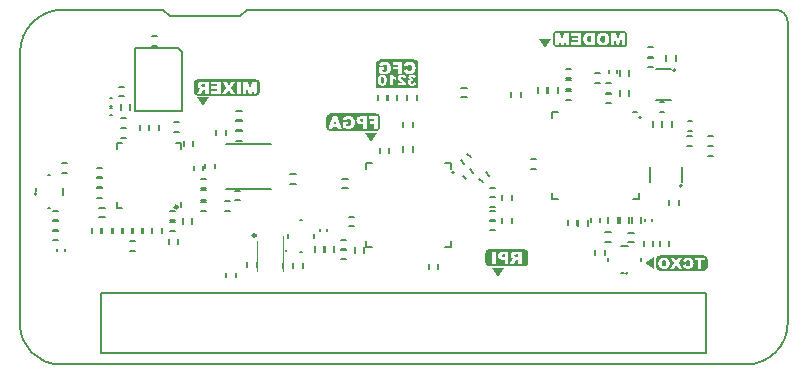
<source format=gbo>
G04*
G04 #@! TF.GenerationSoftware,Altium Limited,CircuitStudio,1.5.2 (30)*
G04*
G04 Layer_Color=13948096*
%FSLAX25Y25*%
%MOIN*%
G70*
G01*
G75*
%ADD12C,0.00800*%
%ADD48C,0.00600*%
%ADD49C,0.00500*%
%ADD109C,0.00787*%
%ADD175C,0.00984*%
%ADD176C,0.00984*%
%ADD177C,0.00394*%
G36*
X1236576Y805581D02*
X1212776D01*
Y810381D01*
X1236576D01*
Y805581D01*
D02*
G37*
G36*
X1263276Y731081D02*
X1247076D01*
Y735481D01*
X1263276D01*
Y731081D01*
D02*
G37*
G36*
X1154176Y777781D02*
X1137176D01*
Y782581D01*
X1154176D01*
Y777781D01*
D02*
G37*
G36*
X1113976Y789381D02*
X1093176D01*
Y793881D01*
X1113976D01*
Y789381D01*
D02*
G37*
G36*
X1203576Y732481D02*
X1190276D01*
Y737381D01*
X1203576D01*
Y732481D01*
D02*
G37*
G36*
X1166876Y796170D02*
Y792381D01*
X1153876D01*
Y796170D01*
X1153776D01*
Y800481D01*
X1166876D01*
Y796170D01*
D02*
G37*
G36*
X1151776Y773581D02*
X1149776Y776581D01*
X1153776D01*
X1151776Y773581D01*
D02*
G37*
G36*
X1095476Y785481D02*
X1093476Y788481D01*
X1097476D01*
X1095476Y785481D01*
D02*
G37*
G36*
X1209626Y805081D02*
X1207626Y808081D01*
X1211626D01*
X1209626Y805081D01*
D02*
G37*
G36*
X1193976Y728681D02*
X1191976Y731681D01*
X1195976D01*
X1193976Y728681D01*
D02*
G37*
G36*
X1246076Y731181D02*
X1243076Y733181D01*
X1246076Y735181D01*
Y731181D01*
D02*
G37*
%LPC*%
G36*
X1153975Y782142D02*
X1150874D01*
Y781269D01*
X1152717D01*
Y780566D01*
X1151140D01*
Y779744D01*
X1152717D01*
Y778087D01*
X1153975D01*
Y782142D01*
D02*
G37*
G36*
X1144073Y782209D02*
X1143903D01*
X1143844Y782201D01*
X1143696Y782194D01*
X1143533Y782179D01*
X1143363Y782157D01*
X1143208Y782127D01*
X1143134Y782105D01*
X1143067Y782083D01*
X1143060D01*
X1143052Y782076D01*
X1143008Y782061D01*
X1142949Y782031D01*
X1142875Y781994D01*
X1142786Y781942D01*
X1142690Y781876D01*
X1142601Y781794D01*
X1142512Y781706D01*
X1142505Y781691D01*
X1142475Y781661D01*
X1142438Y781602D01*
X1142386Y781528D01*
X1142334Y781439D01*
X1142275Y781328D01*
X1142223Y781202D01*
X1142179Y781062D01*
X1143385Y780847D01*
Y780855D01*
X1143400Y780884D01*
X1143422Y780929D01*
X1143445Y780980D01*
X1143482Y781032D01*
X1143526Y781091D01*
X1143585Y781143D01*
X1143644Y781195D01*
X1143652Y781202D01*
X1143674Y781217D01*
X1143718Y781232D01*
X1143770Y781261D01*
X1143837Y781284D01*
X1143911Y781298D01*
X1143999Y781313D01*
X1144103Y781321D01*
X1144140D01*
X1144170Y781313D01*
X1144244Y781306D01*
X1144340Y781284D01*
X1144444Y781254D01*
X1144555Y781202D01*
X1144666Y781128D01*
X1144762Y781032D01*
X1144769Y781017D01*
X1144799Y780980D01*
X1144836Y780906D01*
X1144880Y780810D01*
X1144932Y780684D01*
X1144947Y780610D01*
X1144969Y780529D01*
X1144984Y780440D01*
X1144998Y780344D01*
X1145006Y780240D01*
Y780129D01*
Y780122D01*
Y780100D01*
Y780070D01*
X1144998Y780026D01*
Y779966D01*
X1144991Y779907D01*
X1144976Y779767D01*
X1144947Y779611D01*
X1144902Y779456D01*
X1144843Y779308D01*
X1144806Y779249D01*
X1144762Y779189D01*
X1144747Y779175D01*
X1144717Y779145D01*
X1144658Y779101D01*
X1144577Y779049D01*
X1144481Y778997D01*
X1144362Y778953D01*
X1144221Y778923D01*
X1144066Y778908D01*
X1143992D01*
X1143940Y778916D01*
X1143874Y778923D01*
X1143807Y778931D01*
X1143666Y778968D01*
X1143659D01*
X1143629Y778982D01*
X1143592Y778997D01*
X1143541Y779019D01*
X1143474Y779041D01*
X1143400Y779078D01*
X1143311Y779123D01*
X1143223Y779175D01*
Y779560D01*
X1144066D01*
Y780403D01*
X1142127D01*
Y778672D01*
X1142135Y778664D01*
X1142150Y778657D01*
X1142179Y778635D01*
X1142223Y778612D01*
X1142268Y778583D01*
X1142327Y778546D01*
X1142460Y778464D01*
X1142616Y778383D01*
X1142786Y778294D01*
X1142956Y778213D01*
X1143119Y778154D01*
X1143126D01*
X1143141Y778146D01*
X1143163Y778139D01*
X1143193Y778131D01*
X1143237Y778124D01*
X1143282Y778109D01*
X1143341Y778102D01*
X1143400Y778087D01*
X1143548Y778065D01*
X1143726Y778043D01*
X1143918Y778028D01*
X1144133Y778020D01*
X1144199D01*
X1144251Y778028D01*
X1144318D01*
X1144384Y778035D01*
X1144466Y778043D01*
X1144555Y778050D01*
X1144740Y778080D01*
X1144939Y778124D01*
X1145132Y778183D01*
X1145317Y778265D01*
X1145324D01*
X1145339Y778279D01*
X1145361Y778294D01*
X1145391Y778309D01*
X1145472Y778368D01*
X1145576Y778449D01*
X1145687Y778546D01*
X1145805Y778672D01*
X1145916Y778820D01*
X1146020Y778990D01*
Y778997D01*
X1146027Y779012D01*
X1146042Y779041D01*
X1146057Y779078D01*
X1146079Y779123D01*
X1146094Y779175D01*
X1146116Y779241D01*
X1146138Y779315D01*
X1146168Y779389D01*
X1146190Y779478D01*
X1146227Y779670D01*
X1146257Y779885D01*
X1146264Y780115D01*
Y780122D01*
Y780144D01*
Y780181D01*
X1146257Y780226D01*
Y780285D01*
X1146249Y780351D01*
X1146242Y780425D01*
X1146227Y780507D01*
X1146197Y780684D01*
X1146146Y780877D01*
X1146079Y781069D01*
X1145990Y781261D01*
Y781269D01*
X1145975Y781284D01*
X1145961Y781306D01*
X1145938Y781343D01*
X1145879Y781432D01*
X1145790Y781543D01*
X1145672Y781661D01*
X1145539Y781787D01*
X1145376Y781905D01*
X1145191Y782009D01*
X1145183D01*
X1145169Y782016D01*
X1145146Y782031D01*
X1145117Y782038D01*
X1145072Y782053D01*
X1145021Y782076D01*
X1144961Y782090D01*
X1144895Y782113D01*
X1144821Y782127D01*
X1144732Y782142D01*
X1144643Y782164D01*
X1144547Y782179D01*
X1144436Y782194D01*
X1144325Y782201D01*
X1144073Y782209D01*
D02*
G37*
G36*
X1108201Y793659D02*
X1106943D01*
Y789604D01*
X1108201D01*
Y793659D01*
D02*
G37*
G36*
X1113617D02*
X1111967D01*
X1111338Y791187D01*
X1110702Y793659D01*
X1109052D01*
Y789604D01*
X1110080D01*
Y792697D01*
X1110872Y789604D01*
X1111804D01*
X1112589Y792697D01*
Y789604D01*
X1113617D01*
Y793659D01*
D02*
G37*
G36*
X1097530D02*
X1095295D01*
X1095243Y793651D01*
X1095110Y793644D01*
X1094969Y793637D01*
X1094821Y793614D01*
X1094681Y793592D01*
X1094555Y793555D01*
X1094540Y793548D01*
X1094503Y793533D01*
X1094444Y793511D01*
X1094377Y793474D01*
X1094296Y793422D01*
X1094215Y793355D01*
X1094133Y793281D01*
X1094059Y793185D01*
X1094052Y793170D01*
X1094030Y793141D01*
X1094000Y793082D01*
X1093963Y793000D01*
X1093926Y792904D01*
X1093896Y792793D01*
X1093874Y792667D01*
X1093867Y792526D01*
Y792512D01*
Y792467D01*
X1093874Y792408D01*
X1093882Y792327D01*
X1093904Y792238D01*
X1093926Y792142D01*
X1093963Y792038D01*
X1094015Y791942D01*
X1094022Y791934D01*
X1094037Y791905D01*
X1094074Y791860D01*
X1094118Y791801D01*
X1094178Y791742D01*
X1094244Y791676D01*
X1094326Y791609D01*
X1094414Y791550D01*
X1094422Y791542D01*
X1094444Y791535D01*
X1094481Y791513D01*
X1094525Y791491D01*
X1094592Y791468D01*
X1094666Y791439D01*
X1094755Y791417D01*
X1094851Y791387D01*
X1094844D01*
X1094814Y791372D01*
X1094777Y791357D01*
X1094725Y791342D01*
X1094622Y791291D01*
X1094570Y791268D01*
X1094525Y791239D01*
X1094511Y791231D01*
X1094496Y791217D01*
X1094474Y791194D01*
X1094444Y791165D01*
X1094414Y791128D01*
X1094370Y791083D01*
X1094326Y791024D01*
X1094318Y791017D01*
X1094303Y790995D01*
X1094281Y790965D01*
X1094252Y790936D01*
X1094192Y790847D01*
X1094170Y790810D01*
X1094148Y790773D01*
X1093534Y789604D01*
X1094955D01*
X1095628Y790839D01*
X1095635Y790847D01*
X1095650Y790876D01*
X1095672Y790921D01*
X1095702Y790965D01*
X1095776Y791069D01*
X1095820Y791113D01*
X1095857Y791150D01*
X1095865Y791157D01*
X1095880Y791165D01*
X1095909Y791180D01*
X1095946Y791202D01*
X1095991Y791217D01*
X1096042Y791231D01*
X1096102Y791239D01*
X1096168Y791246D01*
X1096272D01*
Y789604D01*
X1097530D01*
Y793659D01*
D02*
G37*
G36*
X1101637D02*
X1098277D01*
Y792793D01*
X1100379D01*
Y792149D01*
X1098433D01*
Y791320D01*
X1100379D01*
Y790521D01*
X1098218D01*
Y789604D01*
X1101637D01*
Y793659D01*
D02*
G37*
G36*
X1150208Y782142D02*
X1148062D01*
X1148018Y782135D01*
X1147958D01*
X1147892Y782127D01*
X1147744Y782105D01*
X1147581Y782061D01*
X1147411Y782001D01*
X1147248Y781927D01*
X1147174Y781876D01*
X1147108Y781816D01*
X1147100D01*
X1147093Y781802D01*
X1147078Y781779D01*
X1147056Y781757D01*
X1146996Y781683D01*
X1146937Y781580D01*
X1146878Y781447D01*
X1146819Y781291D01*
X1146782Y781106D01*
X1146767Y781010D01*
Y780899D01*
Y780892D01*
Y780869D01*
Y780840D01*
X1146774Y780795D01*
Y780744D01*
X1146789Y780684D01*
X1146811Y780551D01*
X1146856Y780396D01*
X1146922Y780233D01*
X1146967Y780152D01*
X1147011Y780078D01*
X1147071Y780003D01*
X1147137Y779937D01*
X1147145D01*
X1147152Y779922D01*
X1147174Y779907D01*
X1147204Y779885D01*
X1147248Y779855D01*
X1147293Y779826D01*
X1147352Y779796D01*
X1147418Y779767D01*
X1147492Y779737D01*
X1147574Y779707D01*
X1147670Y779678D01*
X1147773Y779648D01*
X1147884Y779626D01*
X1148003Y779611D01*
X1148129Y779604D01*
X1148269Y779597D01*
X1148950D01*
Y778087D01*
X1150208D01*
Y782142D01*
D02*
G37*
G36*
X1162041Y796057D02*
X1161957D01*
X1161911Y796050D01*
X1161860D01*
X1161743Y796044D01*
X1161613Y796024D01*
X1161477Y796005D01*
X1161348Y795972D01*
X1161231Y795933D01*
X1161224D01*
X1161218Y795927D01*
X1161186Y795914D01*
X1161127Y795882D01*
X1161063Y795843D01*
X1160991Y795791D01*
X1160913Y795733D01*
X1160836Y795655D01*
X1160771Y795571D01*
X1160764Y795558D01*
X1160745Y795525D01*
X1160719Y795480D01*
X1160687Y795409D01*
X1160654Y795331D01*
X1160628Y795234D01*
X1160609Y795130D01*
X1160602Y795020D01*
Y795013D01*
Y795007D01*
Y794987D01*
Y794968D01*
X1160615Y794903D01*
X1160628Y794819D01*
X1160648Y794728D01*
X1160687Y794618D01*
X1160732Y794508D01*
X1160797Y794398D01*
X1160803Y794385D01*
X1160836Y794346D01*
X1160881Y794288D01*
X1160952Y794210D01*
X1161049Y794113D01*
X1161108Y794061D01*
X1161166Y794002D01*
X1161237Y793944D01*
X1161315Y793879D01*
X1161399Y793815D01*
X1161490Y793750D01*
X1161503Y793743D01*
X1161535Y793717D01*
X1161587Y793678D01*
X1161652Y793633D01*
X1161717Y793588D01*
X1161788Y793542D01*
X1161847Y793497D01*
X1161892Y793458D01*
X1161898Y793452D01*
X1161911Y793445D01*
X1161931Y793426D01*
X1161957Y793406D01*
X1162028Y793335D01*
X1162125Y793251D01*
X1160577D01*
Y792447D01*
X1163544D01*
Y792454D01*
Y792467D01*
X1163538Y792493D01*
X1163531Y792519D01*
X1163525Y792557D01*
X1163518Y792603D01*
X1163486Y792713D01*
X1163447Y792836D01*
X1163395Y792972D01*
X1163324Y793121D01*
X1163240Y793264D01*
X1163233Y793270D01*
X1163227Y793283D01*
X1163214Y793303D01*
X1163188Y793335D01*
X1163155Y793367D01*
X1163123Y793413D01*
X1163071Y793465D01*
X1163019Y793523D01*
X1162961Y793588D01*
X1162890Y793659D01*
X1162812Y793730D01*
X1162721Y793815D01*
X1162624Y793899D01*
X1162514Y793990D01*
X1162397Y794080D01*
X1162268Y794177D01*
X1162261Y794184D01*
X1162248Y794190D01*
X1162229Y794210D01*
X1162197Y794229D01*
X1162125Y794288D01*
X1162035Y794359D01*
X1161944Y794443D01*
X1161847Y794521D01*
X1161769Y794599D01*
X1161736Y794637D01*
X1161710Y794670D01*
X1161704Y794676D01*
X1161691Y794696D01*
X1161672Y794728D01*
X1161646Y794774D01*
X1161626Y794819D01*
X1161607Y794877D01*
X1161594Y794929D01*
X1161587Y794987D01*
Y794994D01*
Y795013D01*
X1161594Y795046D01*
X1161600Y795085D01*
X1161620Y795130D01*
X1161639Y795175D01*
X1161672Y795221D01*
X1161710Y795266D01*
X1161717Y795272D01*
X1161730Y795286D01*
X1161756Y795305D01*
X1161795Y795324D01*
X1161840Y795344D01*
X1161892Y795363D01*
X1161950Y795376D01*
X1162015Y795383D01*
X1162047D01*
X1162080Y795376D01*
X1162125Y795370D01*
X1162171Y795350D01*
X1162222Y795331D01*
X1162274Y795298D01*
X1162326Y795260D01*
X1162333Y795253D01*
X1162346Y795240D01*
X1162365Y795208D01*
X1162391Y795162D01*
X1162417Y795104D01*
X1162443Y795033D01*
X1162462Y794948D01*
X1162482Y794845D01*
X1163473Y794923D01*
Y794929D01*
Y794942D01*
X1163466Y794962D01*
X1163460Y794994D01*
X1163447Y795065D01*
X1163428Y795162D01*
X1163395Y795266D01*
X1163363Y795370D01*
X1163317Y795473D01*
X1163266Y795571D01*
X1163259Y795584D01*
X1163240Y795610D01*
X1163201Y795648D01*
X1163149Y795700D01*
X1163091Y795758D01*
X1163013Y795817D01*
X1162929Y795875D01*
X1162825Y795927D01*
X1162819D01*
X1162812Y795933D01*
X1162773Y795947D01*
X1162708Y795966D01*
X1162618Y795992D01*
X1162508Y796018D01*
X1162371Y796037D01*
X1162216Y796050D01*
X1162041Y796057D01*
D02*
G37*
G36*
X1165378D02*
X1165313D01*
X1165261Y796050D01*
X1165203D01*
X1165138Y796044D01*
X1165067Y796037D01*
X1164989Y796024D01*
X1164821Y795992D01*
X1164659Y795947D01*
X1164497Y795882D01*
X1164432Y795843D01*
X1164367Y795797D01*
X1164361D01*
X1164354Y795785D01*
X1164315Y795752D01*
X1164270Y795694D01*
X1164212Y795616D01*
X1164153Y795525D01*
X1164102Y795415D01*
X1164069Y795286D01*
X1164063Y795214D01*
X1164056Y795143D01*
Y795130D01*
Y795104D01*
X1164063Y795059D01*
X1164069Y795007D01*
X1164089Y794942D01*
X1164108Y794871D01*
X1164141Y794800D01*
X1164186Y794728D01*
X1164192Y794722D01*
X1164212Y794696D01*
X1164238Y794663D01*
X1164277Y794618D01*
X1164328Y794573D01*
X1164393Y794514D01*
X1164471Y794456D01*
X1164562Y794404D01*
X1164555D01*
X1164529Y794398D01*
X1164490Y794385D01*
X1164445Y794372D01*
X1164348Y794333D01*
X1164296Y794313D01*
X1164251Y794288D01*
X1164244Y794281D01*
X1164225Y794268D01*
X1164192Y794242D01*
X1164153Y794210D01*
X1164108Y794171D01*
X1164063Y794119D01*
X1164017Y794061D01*
X1163978Y793996D01*
X1163972Y793990D01*
X1163959Y793964D01*
X1163946Y793925D01*
X1163927Y793879D01*
X1163907Y793815D01*
X1163888Y793743D01*
X1163881Y793666D01*
X1163875Y793575D01*
Y793568D01*
Y793562D01*
Y793523D01*
X1163881Y793465D01*
X1163894Y793387D01*
X1163914Y793290D01*
X1163946Y793192D01*
X1163985Y793089D01*
X1164043Y792979D01*
X1164050Y792966D01*
X1164076Y792933D01*
X1164108Y792881D01*
X1164160Y792817D01*
X1164231Y792745D01*
X1164309Y792674D01*
X1164400Y792603D01*
X1164510Y792538D01*
X1164516D01*
X1164523Y792531D01*
X1164542Y792525D01*
X1164568Y792512D01*
X1164594Y792506D01*
X1164633Y792493D01*
X1164724Y792467D01*
X1164840Y792434D01*
X1164976Y792415D01*
X1165138Y792395D01*
X1165313Y792389D01*
X1165391D01*
X1165430Y792395D01*
X1165482D01*
X1165586Y792402D01*
X1165709Y792415D01*
X1165838Y792434D01*
X1165961Y792460D01*
X1166078Y792499D01*
X1166091Y792506D01*
X1166123Y792519D01*
X1166175Y792544D01*
X1166240Y792583D01*
X1166311Y792629D01*
X1166389Y792687D01*
X1166467Y792752D01*
X1166538Y792830D01*
X1166545Y792842D01*
X1166570Y792869D01*
X1166603Y792914D01*
X1166642Y792979D01*
X1166687Y793063D01*
X1166726Y793154D01*
X1166771Y793264D01*
X1166810Y793380D01*
X1165825Y793516D01*
Y793504D01*
X1165812Y793471D01*
X1165799Y793419D01*
X1165780Y793354D01*
X1165728Y793218D01*
X1165689Y793154D01*
X1165650Y793102D01*
X1165644Y793095D01*
X1165631Y793082D01*
X1165598Y793069D01*
X1165566Y793050D01*
X1165521Y793024D01*
X1165462Y793011D01*
X1165404Y792998D01*
X1165333Y792992D01*
X1165300D01*
X1165261Y792998D01*
X1165216Y793011D01*
X1165164Y793024D01*
X1165106Y793050D01*
X1165054Y793089D01*
X1165002Y793134D01*
X1164996Y793141D01*
X1164983Y793160D01*
X1164957Y793192D01*
X1164931Y793238D01*
X1164912Y793290D01*
X1164886Y793361D01*
X1164873Y793439D01*
X1164866Y793523D01*
Y793536D01*
Y793562D01*
X1164873Y793607D01*
X1164879Y793666D01*
X1164899Y793724D01*
X1164918Y793789D01*
X1164950Y793847D01*
X1164996Y793905D01*
X1165002Y793912D01*
X1165022Y793925D01*
X1165048Y793951D01*
X1165086Y793976D01*
X1165138Y793996D01*
X1165197Y794022D01*
X1165268Y794035D01*
X1165346Y794041D01*
X1165391D01*
X1165430Y794035D01*
X1165475Y794028D01*
X1165527Y794015D01*
X1165592Y794002D01*
X1165663Y793983D01*
X1165618Y794683D01*
X1165573D01*
X1165527Y794676D01*
X1165456D01*
X1165417Y794683D01*
X1165372Y794689D01*
X1165326Y794702D01*
X1165268Y794728D01*
X1165216Y794754D01*
X1165164Y794793D01*
X1165158Y794800D01*
X1165145Y794812D01*
X1165119Y794838D01*
X1165093Y794877D01*
X1165074Y794916D01*
X1165048Y794968D01*
X1165035Y795026D01*
X1165028Y795085D01*
Y795091D01*
Y795111D01*
X1165035Y795143D01*
X1165041Y795175D01*
X1165054Y795221D01*
X1165067Y795260D01*
X1165093Y795305D01*
X1165125Y795344D01*
X1165132Y795350D01*
X1165145Y795357D01*
X1165164Y795376D01*
X1165197Y795396D01*
X1165236Y795409D01*
X1165281Y795428D01*
X1165333Y795435D01*
X1165398Y795441D01*
X1165423D01*
X1165456Y795435D01*
X1165501Y795428D01*
X1165547Y795415D01*
X1165592Y795396D01*
X1165637Y795370D01*
X1165683Y795331D01*
X1165689Y795324D01*
X1165702Y795311D01*
X1165715Y795286D01*
X1165741Y795247D01*
X1165761Y795195D01*
X1165786Y795136D01*
X1165806Y795059D01*
X1165825Y794968D01*
X1166758Y795130D01*
Y795136D01*
X1166752Y795149D01*
X1166745Y795175D01*
X1166739Y795201D01*
X1166720Y795240D01*
X1166707Y795286D01*
X1166661Y795383D01*
X1166603Y795493D01*
X1166525Y795610D01*
X1166434Y795720D01*
X1166318Y795817D01*
X1166311D01*
X1166305Y795830D01*
X1166285Y795836D01*
X1166253Y795856D01*
X1166221Y795875D01*
X1166182Y795895D01*
X1166130Y795914D01*
X1166072Y795940D01*
X1166013Y795959D01*
X1165942Y795979D01*
X1165864Y795998D01*
X1165780Y796018D01*
X1165689Y796037D01*
X1165592Y796044D01*
X1165378Y796057D01*
D02*
G37*
G36*
X1155373D02*
X1155315D01*
X1155250Y796050D01*
X1155166Y796044D01*
X1155075Y796037D01*
X1154978Y796018D01*
X1154881Y795998D01*
X1154790Y795966D01*
X1154777Y795959D01*
X1154751Y795953D01*
X1154706Y795927D01*
X1154654Y795901D01*
X1154595Y795869D01*
X1154531Y795830D01*
X1154472Y795785D01*
X1154414Y795733D01*
X1154408Y795726D01*
X1154388Y795707D01*
X1154362Y795681D01*
X1154330Y795642D01*
X1154291Y795603D01*
X1154252Y795551D01*
X1154181Y795435D01*
X1154174Y795428D01*
X1154168Y795409D01*
X1154148Y795376D01*
X1154129Y795331D01*
X1154109Y795279D01*
X1154090Y795214D01*
X1154064Y795149D01*
X1154045Y795072D01*
Y795065D01*
X1154038Y795052D01*
X1154032Y795033D01*
X1154025Y795000D01*
X1154019Y794968D01*
X1154012Y794923D01*
X1153993Y794819D01*
X1153973Y794696D01*
X1153954Y794560D01*
X1153947Y794404D01*
X1153941Y794249D01*
Y794236D01*
Y794203D01*
Y794158D01*
X1153947Y794093D01*
X1153954Y794009D01*
X1153960Y793918D01*
X1153967Y793821D01*
X1153980Y793711D01*
X1154019Y793478D01*
X1154077Y793244D01*
X1154116Y793134D01*
X1154161Y793024D01*
X1154213Y792927D01*
X1154271Y792836D01*
X1154278Y792830D01*
X1154284Y792817D01*
X1154304Y792797D01*
X1154336Y792765D01*
X1154375Y792732D01*
X1154420Y792694D01*
X1154472Y792655D01*
X1154537Y792616D01*
X1154608Y792570D01*
X1154693Y792531D01*
X1154783Y792493D01*
X1154887Y792460D01*
X1154997Y792428D01*
X1155120Y792408D01*
X1155256Y792395D01*
X1155399Y792389D01*
X1155477D01*
X1155516Y792395D01*
X1155554D01*
X1155658Y792408D01*
X1155775Y792421D01*
X1155898Y792447D01*
X1156021Y792486D01*
X1156131Y792531D01*
X1156144Y792538D01*
X1156176Y792557D01*
X1156228Y792590D01*
X1156287Y792635D01*
X1156365Y792694D01*
X1156436Y792765D01*
X1156514Y792849D01*
X1156585Y792946D01*
X1156591Y792953D01*
X1156604Y792985D01*
X1156630Y793024D01*
X1156656Y793089D01*
X1156688Y793160D01*
X1156721Y793251D01*
X1156753Y793361D01*
X1156779Y793478D01*
Y793484D01*
Y793491D01*
X1156786Y793510D01*
X1156792Y793536D01*
X1156799Y793607D01*
X1156812Y793704D01*
X1156825Y793815D01*
X1156837Y793944D01*
X1156844Y794087D01*
X1156851Y794236D01*
Y794249D01*
Y794281D01*
Y794333D01*
X1156844Y794398D01*
X1156837Y794482D01*
X1156831Y794579D01*
X1156818Y794683D01*
X1156805Y794793D01*
X1156760Y795026D01*
X1156695Y795260D01*
X1156656Y795370D01*
X1156604Y795473D01*
X1156552Y795564D01*
X1156488Y795648D01*
X1156481Y795655D01*
X1156468Y795668D01*
X1156449Y795687D01*
X1156416Y795713D01*
X1156377Y795746D01*
X1156332Y795778D01*
X1156274Y795817D01*
X1156209Y795856D01*
X1156138Y795888D01*
X1156053Y795927D01*
X1155963Y795959D01*
X1155865Y795992D01*
X1155755Y796018D01*
X1155639Y796037D01*
X1155509Y796050D01*
X1155373Y796057D01*
D02*
G37*
G36*
X1158736D02*
X1157920D01*
Y792447D01*
X1158918D01*
Y794806D01*
X1158931Y794800D01*
X1158957Y794774D01*
X1159008Y794741D01*
X1159067Y794696D01*
X1159138Y794651D01*
X1159222Y794599D01*
X1159306Y794547D01*
X1159391Y794501D01*
X1159404Y794495D01*
X1159429Y794482D01*
X1159481Y794462D01*
X1159546Y794437D01*
X1159630Y794404D01*
X1159721Y794365D01*
X1159831Y794333D01*
X1159954Y794294D01*
Y795098D01*
X1159948D01*
X1159935Y795104D01*
X1159909Y795117D01*
X1159870Y795123D01*
X1159831Y795143D01*
X1159779Y795162D01*
X1159669Y795208D01*
X1159546Y795266D01*
X1159416Y795331D01*
X1159287Y795402D01*
X1159177Y795486D01*
X1159170D01*
X1159164Y795499D01*
X1159131Y795525D01*
X1159080Y795577D01*
X1159015Y795648D01*
X1158943Y795726D01*
X1158872Y795823D01*
X1158801Y795933D01*
X1158736Y796057D01*
D02*
G37*
G36*
X1164436Y800359D02*
X1164362D01*
X1164310Y800351D01*
X1164244D01*
X1164170Y800344D01*
X1164089Y800336D01*
X1164000Y800322D01*
X1163800Y800285D01*
X1163600Y800226D01*
X1163408Y800152D01*
X1163319Y800100D01*
X1163230Y800048D01*
X1163223D01*
X1163208Y800033D01*
X1163186Y800018D01*
X1163156Y799989D01*
X1163119Y799959D01*
X1163075Y799915D01*
X1163030Y799870D01*
X1162978Y799811D01*
X1162927Y799752D01*
X1162875Y799678D01*
X1162816Y799604D01*
X1162764Y799515D01*
X1162712Y799419D01*
X1162660Y799323D01*
X1162616Y799212D01*
X1162572Y799093D01*
X1163682Y798849D01*
Y798856D01*
X1163689Y798879D01*
X1163704Y798916D01*
X1163719Y798953D01*
X1163763Y799042D01*
X1163785Y799079D01*
X1163807Y799116D01*
X1163815Y799123D01*
X1163822Y799138D01*
X1163852Y799167D01*
X1163881Y799197D01*
X1163963Y799271D01*
X1164066Y799337D01*
X1164074Y799345D01*
X1164089Y799352D01*
X1164126Y799367D01*
X1164163Y799382D01*
X1164214Y799397D01*
X1164273Y799404D01*
X1164340Y799419D01*
X1164451D01*
X1164473Y799411D01*
X1164555Y799404D01*
X1164651Y799374D01*
X1164754Y799337D01*
X1164865Y799271D01*
X1164969Y799190D01*
X1165014Y799130D01*
X1165058Y799071D01*
X1165065Y799056D01*
X1165088Y799027D01*
X1165110Y798960D01*
X1165139Y798879D01*
X1165176Y798768D01*
X1165199Y798634D01*
X1165221Y798472D01*
X1165228Y798279D01*
Y798272D01*
Y798250D01*
Y798213D01*
Y798168D01*
X1165221Y798116D01*
Y798050D01*
X1165206Y797909D01*
X1165176Y797761D01*
X1165147Y797606D01*
X1165095Y797465D01*
X1165065Y797406D01*
X1165028Y797354D01*
X1165021Y797347D01*
X1164991Y797317D01*
X1164939Y797280D01*
X1164880Y797236D01*
X1164799Y797184D01*
X1164695Y797147D01*
X1164584Y797118D01*
X1164451Y797110D01*
X1164392D01*
X1164325Y797118D01*
X1164244Y797132D01*
X1164155Y797162D01*
X1164066Y797191D01*
X1163978Y797243D01*
X1163904Y797310D01*
X1163896Y797317D01*
X1163874Y797347D01*
X1163837Y797391D01*
X1163800Y797458D01*
X1163756Y797539D01*
X1163711Y797643D01*
X1163667Y797761D01*
X1163630Y797902D01*
X1162535Y797562D01*
Y797554D01*
X1162542Y797539D01*
X1162549Y797517D01*
X1162557Y797487D01*
X1162579Y797399D01*
X1162623Y797295D01*
X1162668Y797169D01*
X1162734Y797044D01*
X1162801Y796918D01*
X1162890Y796792D01*
X1162897Y796777D01*
X1162934Y796740D01*
X1162986Y796688D01*
X1163052Y796614D01*
X1163141Y796540D01*
X1163237Y796466D01*
X1163356Y796392D01*
X1163482Y796326D01*
X1163489D01*
X1163496Y796318D01*
X1163519Y796311D01*
X1163541Y796304D01*
X1163622Y796274D01*
X1163726Y796252D01*
X1163852Y796222D01*
X1164007Y796193D01*
X1164144Y796181D01*
X1164641D01*
X1164680Y796185D01*
X1164762Y796193D01*
X1164932Y796215D01*
X1165117Y796252D01*
X1165295Y796296D01*
X1165465Y796355D01*
X1165472D01*
X1165480Y796363D01*
X1165502Y796378D01*
X1165532Y796392D01*
X1165613Y796444D01*
X1165709Y796511D01*
X1165820Y796607D01*
X1165946Y796718D01*
X1166064Y796859D01*
X1166183Y797029D01*
Y797036D01*
X1166197Y797051D01*
X1166212Y797081D01*
X1166227Y797118D01*
X1166249Y797162D01*
X1166279Y797221D01*
X1166308Y797288D01*
X1166331Y797369D01*
X1166360Y797450D01*
X1166390Y797547D01*
X1166412Y797650D01*
X1166442Y797761D01*
X1166457Y797880D01*
X1166471Y798005D01*
X1166486Y798272D01*
Y798287D01*
Y798316D01*
X1166479Y798368D01*
Y798435D01*
X1166471Y798524D01*
X1166457Y798620D01*
X1166442Y798723D01*
X1166420Y798842D01*
X1166390Y798968D01*
X1166353Y799093D01*
X1166316Y799219D01*
X1166264Y799352D01*
X1166197Y799478D01*
X1166131Y799597D01*
X1166049Y799715D01*
X1165953Y799819D01*
X1165946Y799826D01*
X1165931Y799841D01*
X1165894Y799870D01*
X1165857Y799900D01*
X1165798Y799944D01*
X1165731Y799989D01*
X1165657Y800041D01*
X1165561Y800092D01*
X1165465Y800137D01*
X1165347Y800189D01*
X1165221Y800233D01*
X1165088Y800277D01*
X1164939Y800307D01*
X1164784Y800336D01*
X1164614Y800351D01*
X1164436Y800359D01*
D02*
G37*
G36*
X1140277Y782142D02*
X1138901D01*
X1137376Y778087D01*
X1138694D01*
X1138894Y778753D01*
X1140314D01*
X1140514Y778087D01*
X1141794D01*
X1140277Y782142D01*
D02*
G37*
G36*
X1161920Y800292D02*
X1158820D01*
Y799419D01*
X1160662D01*
Y798716D01*
X1159086D01*
Y797894D01*
X1160662D01*
Y796237D01*
X1161920D01*
Y800292D01*
D02*
G37*
G36*
X1156111Y800359D02*
X1155941D01*
X1155882Y800351D01*
X1155734Y800344D01*
X1155571Y800329D01*
X1155401Y800307D01*
X1155245Y800277D01*
X1155171Y800255D01*
X1155105Y800233D01*
X1155097D01*
X1155090Y800226D01*
X1155046Y800211D01*
X1154986Y800181D01*
X1154912Y800144D01*
X1154824Y800092D01*
X1154727Y800026D01*
X1154639Y799944D01*
X1154550Y799856D01*
X1154543Y799841D01*
X1154513Y799811D01*
X1154476Y799752D01*
X1154424Y799678D01*
X1154372Y799589D01*
X1154313Y799478D01*
X1154261Y799352D01*
X1154217Y799212D01*
X1155423Y798997D01*
Y799005D01*
X1155438Y799034D01*
X1155460Y799079D01*
X1155482Y799130D01*
X1155519Y799182D01*
X1155564Y799241D01*
X1155623Y799293D01*
X1155682Y799345D01*
X1155690Y799352D01*
X1155712Y799367D01*
X1155756Y799382D01*
X1155808Y799411D01*
X1155875Y799434D01*
X1155949Y799448D01*
X1156037Y799463D01*
X1156141Y799471D01*
X1156178D01*
X1156207Y799463D01*
X1156281Y799456D01*
X1156378Y799434D01*
X1156481Y799404D01*
X1156592Y799352D01*
X1156703Y799278D01*
X1156800Y799182D01*
X1156807Y799167D01*
X1156837Y799130D01*
X1156874Y799056D01*
X1156918Y798960D01*
X1156970Y798834D01*
X1156985Y798760D01*
X1157007Y798679D01*
X1157022Y798590D01*
X1157036Y798494D01*
X1157044Y798390D01*
Y798279D01*
Y798272D01*
Y798250D01*
Y798220D01*
X1157036Y798176D01*
Y798116D01*
X1157029Y798057D01*
X1157014Y797917D01*
X1156985Y797761D01*
X1156940Y797606D01*
X1156881Y797458D01*
X1156844Y797399D01*
X1156800Y797339D01*
X1156785Y797325D01*
X1156755Y797295D01*
X1156696Y797251D01*
X1156614Y797199D01*
X1156518Y797147D01*
X1156400Y797103D01*
X1156259Y797073D01*
X1156104Y797058D01*
X1156030D01*
X1155978Y797066D01*
X1155912Y797073D01*
X1155845Y797081D01*
X1155704Y797118D01*
X1155697D01*
X1155667Y797132D01*
X1155630Y797147D01*
X1155579Y797169D01*
X1155512Y797191D01*
X1155438Y797228D01*
X1155349Y797273D01*
X1155260Y797325D01*
Y797710D01*
X1156104D01*
Y798553D01*
X1154165D01*
Y796821D01*
X1154173Y796814D01*
X1154187Y796807D01*
X1154217Y796784D01*
X1154261Y796762D01*
X1154306Y796733D01*
X1154365Y796696D01*
X1154498Y796614D01*
X1154653Y796533D01*
X1154824Y796444D01*
X1154994Y796363D01*
X1155157Y796304D01*
X1155164D01*
X1155179Y796296D01*
X1155201Y796289D01*
X1155231Y796281D01*
X1155275Y796274D01*
X1155319Y796259D01*
X1155379Y796252D01*
X1155438Y796237D01*
X1155586Y796215D01*
X1155764Y796193D01*
X1155912Y796181D01*
X1156386D01*
X1156422Y796185D01*
X1156503Y796193D01*
X1156592Y796200D01*
X1156777Y796230D01*
X1156977Y796274D01*
X1157170Y796333D01*
X1157355Y796415D01*
X1157362D01*
X1157377Y796429D01*
X1157399Y796444D01*
X1157428Y796459D01*
X1157510Y796518D01*
X1157613Y796599D01*
X1157724Y796696D01*
X1157843Y796821D01*
X1157954Y796970D01*
X1158057Y797140D01*
Y797147D01*
X1158065Y797162D01*
X1158080Y797191D01*
X1158095Y797228D01*
X1158117Y797273D01*
X1158132Y797325D01*
X1158154Y797391D01*
X1158176Y797465D01*
X1158206Y797539D01*
X1158228Y797628D01*
X1158265Y797821D01*
X1158294Y798035D01*
X1158302Y798265D01*
Y798272D01*
Y798294D01*
Y798331D01*
X1158294Y798376D01*
Y798435D01*
X1158287Y798501D01*
X1158280Y798575D01*
X1158265Y798657D01*
X1158235Y798834D01*
X1158183Y799027D01*
X1158117Y799219D01*
X1158028Y799411D01*
Y799419D01*
X1158013Y799434D01*
X1157998Y799456D01*
X1157976Y799493D01*
X1157917Y799582D01*
X1157828Y799693D01*
X1157710Y799811D01*
X1157576Y799937D01*
X1157414Y800055D01*
X1157229Y800159D01*
X1157221D01*
X1157207Y800166D01*
X1157184Y800181D01*
X1157155Y800189D01*
X1157110Y800203D01*
X1157059Y800226D01*
X1156999Y800240D01*
X1156933Y800263D01*
X1156859Y800277D01*
X1156770Y800292D01*
X1156681Y800314D01*
X1156585Y800329D01*
X1156474Y800344D01*
X1156363Y800351D01*
X1156111Y800359D01*
D02*
G37*
G36*
X1249312Y735106D02*
X1249225D01*
X1249165Y735099D01*
X1249085Y735093D01*
X1248998Y735079D01*
X1248899Y735066D01*
X1248799Y735046D01*
X1248685Y735019D01*
X1248572Y734986D01*
X1248452Y734946D01*
X1248339Y734900D01*
X1248226Y734839D01*
X1248113Y734773D01*
X1248013Y734700D01*
X1247913Y734613D01*
X1247906Y734606D01*
X1247893Y734593D01*
X1247866Y734560D01*
X1247833Y734526D01*
X1247800Y734473D01*
X1247753Y734413D01*
X1247706Y734340D01*
X1247660Y734260D01*
X1247613Y734167D01*
X1247573Y734067D01*
X1247527Y733954D01*
X1247493Y733834D01*
X1247460Y733701D01*
X1247433Y733561D01*
X1247420Y733408D01*
X1247413Y733248D01*
Y733241D01*
Y733221D01*
Y733188D01*
Y733141D01*
X1247420Y733088D01*
X1247427Y733021D01*
X1247433Y732955D01*
X1247440Y732875D01*
X1247467Y732708D01*
X1247507Y732535D01*
X1247560Y732362D01*
X1247633Y732196D01*
Y732189D01*
X1247640Y732175D01*
X1247653Y732156D01*
X1247673Y732129D01*
X1247720Y732056D01*
X1247793Y731962D01*
X1247880Y731862D01*
X1247986Y731756D01*
X1248106Y731656D01*
X1248252Y731563D01*
X1248259D01*
X1248273Y731556D01*
X1248293Y731543D01*
X1248326Y731530D01*
X1248366Y731509D01*
X1248412Y731490D01*
X1248466Y731470D01*
X1248532Y731450D01*
X1248606Y731430D01*
X1248679Y731410D01*
X1248852Y731370D01*
X1249052Y731343D01*
X1249271Y731336D01*
X1249371D01*
X1249425Y731343D01*
X1249485Y731350D01*
X1249551D01*
X1249631Y731363D01*
X1249791Y731383D01*
X1249957Y731416D01*
X1250131Y731463D01*
X1250290Y731530D01*
X1250297D01*
X1250311Y731536D01*
X1250330Y731550D01*
X1250357Y731569D01*
X1250430Y731616D01*
X1250524Y731683D01*
X1250630Y731763D01*
X1250737Y731876D01*
X1250850Y732002D01*
X1250950Y732149D01*
Y732156D01*
X1250963Y732169D01*
X1250970Y732196D01*
X1250990Y732229D01*
X1251010Y732269D01*
X1251030Y732315D01*
X1251050Y732375D01*
X1251070Y732442D01*
X1251096Y732515D01*
X1251116Y732595D01*
X1251136Y732682D01*
X1251156Y732782D01*
X1251183Y732988D01*
X1251196Y733215D01*
Y733228D01*
Y733254D01*
X1251190Y733301D01*
Y733361D01*
X1251183Y733434D01*
X1251170Y733521D01*
X1251156Y733621D01*
X1251136Y733721D01*
X1251110Y733834D01*
X1251076Y733947D01*
X1251036Y734060D01*
X1250990Y734180D01*
X1250930Y734293D01*
X1250863Y734407D01*
X1250790Y734507D01*
X1250703Y734606D01*
X1250697Y734613D01*
X1250677Y734626D01*
X1250650Y734653D01*
X1250610Y734686D01*
X1250557Y734720D01*
X1250497Y734766D01*
X1250424Y734813D01*
X1250344Y734860D01*
X1250251Y734906D01*
X1250144Y734946D01*
X1250031Y734993D01*
X1249904Y735026D01*
X1249771Y735059D01*
X1249625Y735086D01*
X1249471Y735099D01*
X1249312Y735106D01*
D02*
G37*
G36*
X1262938Y735046D02*
X1259508D01*
Y734147D01*
X1260660D01*
Y731396D01*
X1261786D01*
Y734147D01*
X1262938D01*
Y735046D01*
D02*
G37*
G36*
X1217671Y809942D02*
X1216021D01*
X1215392Y807471D01*
X1214756Y809942D01*
X1213106D01*
Y805887D01*
X1214134D01*
Y808980D01*
X1214926Y805887D01*
X1215858D01*
X1216643Y808980D01*
Y805887D01*
X1217671D01*
Y809942D01*
D02*
G37*
G36*
X1236246D02*
X1234595D01*
X1233966Y807471D01*
X1233330Y809942D01*
X1231680D01*
Y805887D01*
X1232708D01*
Y808980D01*
X1233500Y805887D01*
X1234433D01*
X1235217Y808980D01*
Y805887D01*
X1236246D01*
Y809942D01*
D02*
G37*
G36*
X1257283Y735106D02*
X1257217D01*
X1257170Y735099D01*
X1257110D01*
X1257044Y735093D01*
X1256971Y735086D01*
X1256890Y735073D01*
X1256711Y735039D01*
X1256531Y734986D01*
X1256358Y734919D01*
X1256278Y734873D01*
X1256198Y734826D01*
X1256191D01*
X1256178Y734813D01*
X1256158Y734800D01*
X1256131Y734773D01*
X1256098Y734746D01*
X1256058Y734706D01*
X1256018Y734666D01*
X1255972Y734613D01*
X1255925Y734560D01*
X1255878Y734493D01*
X1255825Y734427D01*
X1255778Y734347D01*
X1255732Y734260D01*
X1255685Y734173D01*
X1255645Y734074D01*
X1255605Y733967D01*
X1256604Y733747D01*
Y733754D01*
X1256611Y733774D01*
X1256624Y733807D01*
X1256637Y733841D01*
X1256677Y733920D01*
X1256697Y733954D01*
X1256717Y733987D01*
X1256724Y733994D01*
X1256731Y734007D01*
X1256757Y734034D01*
X1256784Y734060D01*
X1256857Y734127D01*
X1256950Y734187D01*
X1256957Y734194D01*
X1256971Y734200D01*
X1257004Y734213D01*
X1257037Y734227D01*
X1257084Y734240D01*
X1257137Y734247D01*
X1257197Y734260D01*
X1257297D01*
X1257317Y734253D01*
X1257390Y734247D01*
X1257477Y734220D01*
X1257570Y734187D01*
X1257670Y734127D01*
X1257763Y734054D01*
X1257803Y734000D01*
X1257843Y733947D01*
X1257850Y733934D01*
X1257870Y733907D01*
X1257889Y733847D01*
X1257916Y733774D01*
X1257950Y733674D01*
X1257969Y733554D01*
X1257989Y733408D01*
X1257996Y733235D01*
Y733228D01*
Y733208D01*
Y733175D01*
Y733135D01*
X1257989Y733088D01*
Y733028D01*
X1257976Y732901D01*
X1257950Y732768D01*
X1257923Y732628D01*
X1257876Y732502D01*
X1257850Y732449D01*
X1257816Y732402D01*
X1257810Y732395D01*
X1257783Y732369D01*
X1257736Y732335D01*
X1257683Y732295D01*
X1257610Y732249D01*
X1257517Y732215D01*
X1257417Y732189D01*
X1257297Y732182D01*
X1257244D01*
X1257184Y732189D01*
X1257110Y732202D01*
X1257030Y732229D01*
X1256950Y732256D01*
X1256871Y732302D01*
X1256804Y732362D01*
X1256797Y732369D01*
X1256777Y732395D01*
X1256744Y732435D01*
X1256711Y732495D01*
X1256671Y732569D01*
X1256631Y732662D01*
X1256591Y732768D01*
X1256557Y732895D01*
X1255572Y732588D01*
Y732582D01*
X1255579Y732569D01*
X1255585Y732549D01*
X1255592Y732522D01*
X1255612Y732442D01*
X1255652Y732349D01*
X1255692Y732235D01*
X1255752Y732122D01*
X1255812Y732009D01*
X1255892Y731896D01*
X1255898Y731882D01*
X1255931Y731849D01*
X1255978Y731803D01*
X1256038Y731736D01*
X1256118Y731669D01*
X1256205Y731603D01*
X1256311Y731536D01*
X1256424Y731476D01*
X1256431D01*
X1256438Y731470D01*
X1256458Y731463D01*
X1256478Y731456D01*
X1256551Y731430D01*
X1256644Y731410D01*
X1256757Y731383D01*
X1256897Y731356D01*
X1257057Y731343D01*
X1257230Y731336D01*
X1257330D01*
X1257383Y731343D01*
X1257437D01*
X1257503Y731350D01*
X1257576Y731356D01*
X1257730Y731376D01*
X1257896Y731410D01*
X1258056Y731450D01*
X1258209Y731503D01*
X1258216D01*
X1258222Y731509D01*
X1258243Y731523D01*
X1258269Y731536D01*
X1258342Y731583D01*
X1258429Y731643D01*
X1258529Y731729D01*
X1258642Y731829D01*
X1258749Y731956D01*
X1258855Y732109D01*
Y732116D01*
X1258869Y732129D01*
X1258882Y732156D01*
X1258895Y732189D01*
X1258915Y732229D01*
X1258942Y732282D01*
X1258969Y732342D01*
X1258988Y732415D01*
X1259015Y732489D01*
X1259042Y732575D01*
X1259062Y732668D01*
X1259088Y732768D01*
X1259102Y732875D01*
X1259115Y732988D01*
X1259128Y733228D01*
Y733241D01*
Y733268D01*
X1259122Y733314D01*
Y733374D01*
X1259115Y733454D01*
X1259102Y733541D01*
X1259088Y733634D01*
X1259068Y733741D01*
X1259042Y733854D01*
X1259008Y733967D01*
X1258975Y734080D01*
X1258928Y734200D01*
X1258869Y734313D01*
X1258809Y734420D01*
X1258735Y734526D01*
X1258649Y734620D01*
X1258642Y734626D01*
X1258629Y734640D01*
X1258595Y734666D01*
X1258562Y734693D01*
X1258509Y734733D01*
X1258449Y734773D01*
X1258382Y734820D01*
X1258296Y734866D01*
X1258209Y734906D01*
X1258103Y734953D01*
X1257989Y734993D01*
X1257870Y735033D01*
X1257736Y735059D01*
X1257596Y735086D01*
X1257443Y735099D01*
X1257283Y735106D01*
D02*
G37*
G36*
X1197436Y736959D02*
X1195290D01*
X1195246Y736951D01*
X1195187D01*
X1195120Y736944D01*
X1194972Y736922D01*
X1194809Y736877D01*
X1194639Y736818D01*
X1194476Y736744D01*
X1194402Y736692D01*
X1194336Y736633D01*
X1194328D01*
X1194321Y736618D01*
X1194306Y736596D01*
X1194284Y736574D01*
X1194225Y736500D01*
X1194165Y736396D01*
X1194106Y736263D01*
X1194047Y736108D01*
X1194010Y735923D01*
X1193995Y735826D01*
Y735715D01*
Y735708D01*
Y735686D01*
Y735656D01*
X1194003Y735612D01*
Y735560D01*
X1194017Y735501D01*
X1194040Y735368D01*
X1194084Y735212D01*
X1194151Y735049D01*
X1194195Y734968D01*
X1194239Y734894D01*
X1194299Y734820D01*
X1194365Y734754D01*
X1194373D01*
X1194380Y734739D01*
X1194402Y734724D01*
X1194432Y734702D01*
X1194476Y734672D01*
X1194521Y734643D01*
X1194580Y734613D01*
X1194646Y734583D01*
X1194720Y734554D01*
X1194802Y734524D01*
X1194898Y734494D01*
X1195002Y734465D01*
X1195113Y734443D01*
X1195231Y734428D01*
X1195357Y734420D01*
X1195497Y734413D01*
X1196178D01*
Y732903D01*
X1197436D01*
Y736959D01*
D02*
G37*
G36*
X1201824D02*
X1199590D01*
X1199538Y736951D01*
X1199405Y736944D01*
X1199264Y736937D01*
X1199116Y736914D01*
X1198975Y736892D01*
X1198850Y736855D01*
X1198835Y736848D01*
X1198798Y736833D01*
X1198739Y736811D01*
X1198672Y736774D01*
X1198591Y736722D01*
X1198509Y736655D01*
X1198428Y736581D01*
X1198354Y736485D01*
X1198346Y736470D01*
X1198324Y736441D01*
X1198295Y736381D01*
X1198258Y736300D01*
X1198221Y736204D01*
X1198191Y736093D01*
X1198169Y735967D01*
X1198161Y735826D01*
Y735812D01*
Y735767D01*
X1198169Y735708D01*
X1198176Y735627D01*
X1198198Y735538D01*
X1198221Y735442D01*
X1198258Y735338D01*
X1198309Y735242D01*
X1198317Y735234D01*
X1198332Y735205D01*
X1198369Y735160D01*
X1198413Y735101D01*
X1198472Y735042D01*
X1198539Y734975D01*
X1198620Y734909D01*
X1198709Y734850D01*
X1198716Y734842D01*
X1198739Y734835D01*
X1198776Y734813D01*
X1198820Y734791D01*
X1198887Y734768D01*
X1198961Y734739D01*
X1199049Y734717D01*
X1199146Y734687D01*
X1199138D01*
X1199109Y734672D01*
X1199072Y734657D01*
X1199020Y734643D01*
X1198916Y734591D01*
X1198864Y734569D01*
X1198820Y734539D01*
X1198805Y734531D01*
X1198790Y734517D01*
X1198768Y734494D01*
X1198739Y734465D01*
X1198709Y734428D01*
X1198665Y734383D01*
X1198620Y734324D01*
X1198613Y734317D01*
X1198598Y734295D01*
X1198576Y734265D01*
X1198546Y734235D01*
X1198487Y734147D01*
X1198465Y734110D01*
X1198443Y734073D01*
X1197828Y732903D01*
X1199249D01*
X1199923Y734139D01*
X1199930Y734147D01*
X1199945Y734176D01*
X1199967Y734221D01*
X1199997Y734265D01*
X1200071Y734369D01*
X1200115Y734413D01*
X1200152Y734450D01*
X1200159Y734457D01*
X1200174Y734465D01*
X1200204Y734480D01*
X1200241Y734502D01*
X1200285Y734517D01*
X1200337Y734531D01*
X1200396Y734539D01*
X1200463Y734546D01*
X1200566D01*
Y732903D01*
X1201824D01*
Y736959D01*
D02*
G37*
G36*
X1255279Y735046D02*
X1254033D01*
X1253394Y733920D01*
X1252761Y735046D01*
X1251529D01*
X1252668Y733274D01*
X1251423Y731396D01*
X1252688D01*
X1253414Y732569D01*
X1254133Y731396D01*
X1255392D01*
X1254133Y733294D01*
X1255279Y735046D01*
D02*
G37*
G36*
X1193285Y736959D02*
X1192027D01*
Y732903D01*
X1193285D01*
Y736959D01*
D02*
G37*
G36*
X1221749Y809942D02*
X1218389D01*
Y809076D01*
X1220491D01*
Y808432D01*
X1218545D01*
Y807604D01*
X1220491D01*
Y806804D01*
X1218330D01*
Y805887D01*
X1221749D01*
Y809942D01*
D02*
G37*
G36*
X1226145D02*
X1224198D01*
X1224146Y809935D01*
X1224095D01*
X1223969Y809920D01*
X1223821Y809905D01*
X1223673Y809875D01*
X1223525Y809838D01*
X1223392Y809787D01*
X1223384D01*
X1223377Y809779D01*
X1223333Y809757D01*
X1223273Y809727D01*
X1223192Y809676D01*
X1223103Y809616D01*
X1223007Y809542D01*
X1222918Y809454D01*
X1222829Y809357D01*
X1222822Y809343D01*
X1222792Y809306D01*
X1222755Y809254D01*
X1222703Y809173D01*
X1222652Y809076D01*
X1222600Y808965D01*
X1222556Y808840D01*
X1222511Y808706D01*
Y808699D01*
X1222504Y808692D01*
Y808669D01*
X1222496Y808640D01*
X1222482Y808566D01*
X1222459Y808469D01*
X1222437Y808351D01*
X1222422Y808218D01*
X1222415Y808077D01*
X1222408Y807922D01*
Y807915D01*
Y807892D01*
Y807863D01*
Y807818D01*
X1222415Y807759D01*
Y807700D01*
X1222430Y807552D01*
X1222445Y807397D01*
X1222474Y807226D01*
X1222511Y807063D01*
X1222563Y806915D01*
Y806908D01*
X1222570Y806901D01*
X1222593Y806856D01*
X1222622Y806790D01*
X1222666Y806708D01*
X1222726Y806612D01*
X1222800Y806516D01*
X1222881Y806412D01*
X1222977Y806316D01*
X1222992Y806309D01*
X1223022Y806279D01*
X1223073Y806235D01*
X1223140Y806183D01*
X1223229Y806131D01*
X1223318Y806079D01*
X1223421Y806028D01*
X1223532Y805991D01*
X1223540D01*
X1223547Y805983D01*
X1223569D01*
X1223599Y805976D01*
X1223680Y805961D01*
X1223784Y805939D01*
X1223895Y805917D01*
X1224028Y805902D01*
X1224154Y805894D01*
X1224287Y805887D01*
X1226145D01*
Y809942D01*
D02*
G37*
G36*
X1106328Y793659D02*
X1104945D01*
X1104234Y792408D01*
X1103531Y793659D01*
X1102162D01*
X1103428Y791690D01*
X1102044Y789604D01*
X1103450D01*
X1104256Y790906D01*
X1105056Y789604D01*
X1106454D01*
X1105056Y791713D01*
X1106328Y793659D01*
D02*
G37*
G36*
X1228942Y810009D02*
X1228846D01*
X1228779Y810001D01*
X1228690Y809994D01*
X1228594Y809979D01*
X1228483Y809964D01*
X1228372Y809942D01*
X1228246Y809912D01*
X1228120Y809875D01*
X1227987Y809831D01*
X1227861Y809779D01*
X1227736Y809713D01*
X1227610Y809639D01*
X1227499Y809557D01*
X1227388Y809461D01*
X1227380Y809454D01*
X1227365Y809439D01*
X1227336Y809402D01*
X1227299Y809365D01*
X1227262Y809306D01*
X1227210Y809239D01*
X1227158Y809158D01*
X1227106Y809069D01*
X1227055Y808965D01*
X1227010Y808854D01*
X1226958Y808729D01*
X1226921Y808595D01*
X1226884Y808447D01*
X1226855Y808292D01*
X1226840Y808122D01*
X1226833Y807944D01*
Y807937D01*
Y807915D01*
Y807878D01*
Y807826D01*
X1226840Y807767D01*
X1226847Y807693D01*
X1226855Y807619D01*
X1226862Y807530D01*
X1226892Y807345D01*
X1226936Y807152D01*
X1226995Y806960D01*
X1227077Y806775D01*
Y806767D01*
X1227084Y806753D01*
X1227099Y806730D01*
X1227121Y806701D01*
X1227173Y806619D01*
X1227254Y806516D01*
X1227351Y806405D01*
X1227469Y806287D01*
X1227602Y806176D01*
X1227765Y806072D01*
X1227773D01*
X1227787Y806065D01*
X1227810Y806050D01*
X1227847Y806035D01*
X1227891Y806013D01*
X1227943Y805991D01*
X1228002Y805968D01*
X1228076Y805946D01*
X1228157Y805924D01*
X1228239Y805902D01*
X1228431Y805857D01*
X1228653Y805828D01*
X1228897Y805820D01*
X1229008D01*
X1229068Y805828D01*
X1229134Y805835D01*
X1229208D01*
X1229297Y805850D01*
X1229475Y805872D01*
X1229659Y805909D01*
X1229852Y805961D01*
X1230029Y806035D01*
X1230037D01*
X1230052Y806042D01*
X1230074Y806057D01*
X1230103Y806079D01*
X1230185Y806131D01*
X1230289Y806205D01*
X1230407Y806294D01*
X1230525Y806420D01*
X1230651Y806560D01*
X1230762Y806723D01*
Y806730D01*
X1230777Y806745D01*
X1230784Y806775D01*
X1230807Y806812D01*
X1230829Y806856D01*
X1230851Y806908D01*
X1230873Y806975D01*
X1230895Y807049D01*
X1230925Y807130D01*
X1230947Y807219D01*
X1230969Y807315D01*
X1230991Y807426D01*
X1231021Y807656D01*
X1231036Y807907D01*
Y807922D01*
Y807952D01*
X1231028Y808003D01*
Y808070D01*
X1231021Y808151D01*
X1231006Y808247D01*
X1230991Y808358D01*
X1230969Y808469D01*
X1230940Y808595D01*
X1230903Y808721D01*
X1230858Y808847D01*
X1230807Y808980D01*
X1230740Y809106D01*
X1230666Y809232D01*
X1230585Y809343D01*
X1230488Y809454D01*
X1230481Y809461D01*
X1230459Y809476D01*
X1230429Y809505D01*
X1230385Y809542D01*
X1230326Y809579D01*
X1230259Y809631D01*
X1230177Y809683D01*
X1230089Y809735D01*
X1229985Y809787D01*
X1229867Y809831D01*
X1229741Y809883D01*
X1229600Y809920D01*
X1229452Y809957D01*
X1229290Y809986D01*
X1229119Y810001D01*
X1228942Y810009D01*
D02*
G37*
%LPD*%
G36*
X1155444Y795396D02*
X1155490Y795389D01*
X1155542Y795370D01*
X1155600Y795344D01*
X1155658Y795298D01*
X1155717Y795234D01*
X1155762Y795149D01*
X1155768Y795136D01*
X1155775Y795123D01*
X1155781Y795098D01*
X1155788Y795072D01*
X1155794Y795039D01*
X1155807Y794994D01*
X1155814Y794942D01*
X1155827Y794884D01*
X1155840Y794819D01*
X1155846Y794741D01*
X1155853Y794663D01*
X1155859Y794566D01*
X1155865Y794469D01*
X1155872Y794359D01*
Y794236D01*
Y794229D01*
Y794203D01*
Y794171D01*
Y794126D01*
X1155865Y794074D01*
Y794009D01*
X1155859Y793866D01*
X1155846Y793711D01*
X1155820Y793555D01*
X1155807Y793484D01*
X1155794Y793419D01*
X1155775Y793361D01*
X1155755Y793309D01*
X1155749Y793296D01*
X1155729Y793270D01*
X1155704Y793231D01*
X1155665Y793186D01*
X1155613Y793141D01*
X1155554Y793102D01*
X1155483Y793076D01*
X1155405Y793063D01*
X1155379D01*
X1155347Y793069D01*
X1155315Y793076D01*
X1155269Y793089D01*
X1155231Y793108D01*
X1155185Y793134D01*
X1155140Y793166D01*
X1155133Y793173D01*
X1155120Y793186D01*
X1155101Y793212D01*
X1155075Y793244D01*
X1155049Y793296D01*
X1155023Y793348D01*
X1154997Y793419D01*
X1154978Y793497D01*
Y793510D01*
X1154971Y793542D01*
X1154958Y793594D01*
X1154945Y793672D01*
X1154939Y793769D01*
X1154926Y793892D01*
X1154919Y794035D01*
Y794203D01*
Y794210D01*
Y794236D01*
Y794268D01*
Y794320D01*
X1154926Y794372D01*
Y794443D01*
X1154932Y794586D01*
X1154952Y794748D01*
X1154971Y794903D01*
X1154984Y794974D01*
X1155004Y795046D01*
X1155023Y795104D01*
X1155042Y795156D01*
X1155049Y795169D01*
X1155068Y795195D01*
X1155094Y795234D01*
X1155133Y795279D01*
X1155185Y795324D01*
X1155250Y795363D01*
X1155321Y795389D01*
X1155405Y795402D01*
X1155418D01*
X1155444Y795396D01*
D02*
G37*
G36*
X1096272Y792016D02*
X1095702D01*
X1095672Y792023D01*
X1095628Y792031D01*
X1095569Y792038D01*
X1095495Y792053D01*
X1095413Y792068D01*
X1095406D01*
X1095391Y792075D01*
X1095369Y792083D01*
X1095339Y792090D01*
X1095273Y792127D01*
X1095236Y792157D01*
X1095206Y792194D01*
X1095199Y792201D01*
X1095191Y792216D01*
X1095177Y792231D01*
X1095162Y792260D01*
X1095140Y792334D01*
X1095125Y792379D01*
Y792430D01*
Y792438D01*
Y792460D01*
X1095132Y792497D01*
X1095140Y792541D01*
X1095154Y792586D01*
X1095177Y792637D01*
X1095206Y792682D01*
X1095251Y792726D01*
X1095258Y792734D01*
X1095273Y792741D01*
X1095310Y792763D01*
X1095354Y792786D01*
X1095421Y792800D01*
X1095502Y792823D01*
X1095606Y792830D01*
X1095724Y792837D01*
X1096272D01*
Y792016D01*
D02*
G37*
G36*
X1200566Y735316D02*
X1199997D01*
X1199967Y735323D01*
X1199923Y735331D01*
X1199863Y735338D01*
X1199789Y735353D01*
X1199708Y735368D01*
X1199701D01*
X1199686Y735375D01*
X1199664Y735383D01*
X1199634Y735390D01*
X1199567Y735427D01*
X1199530Y735457D01*
X1199501Y735494D01*
X1199493Y735501D01*
X1199486Y735516D01*
X1199471Y735531D01*
X1199456Y735560D01*
X1199434Y735634D01*
X1199419Y735678D01*
Y735730D01*
Y735738D01*
Y735760D01*
X1199427Y735797D01*
X1199434Y735841D01*
X1199449Y735886D01*
X1199471Y735938D01*
X1199501Y735982D01*
X1199545Y736026D01*
X1199553Y736034D01*
X1199567Y736041D01*
X1199604Y736063D01*
X1199649Y736086D01*
X1199715Y736100D01*
X1199797Y736123D01*
X1199900Y736130D01*
X1200019Y736137D01*
X1200566D01*
Y735316D01*
D02*
G37*
G36*
X1196178Y735234D02*
X1195816D01*
X1195749Y735242D01*
X1195675Y735249D01*
X1195594Y735264D01*
X1195505Y735286D01*
X1195431Y735316D01*
X1195364Y735353D01*
X1195357Y735360D01*
X1195342Y735375D01*
X1195320Y735405D01*
X1195290Y735442D01*
X1195261Y735486D01*
X1195238Y735545D01*
X1195224Y735604D01*
X1195216Y735678D01*
Y735686D01*
Y735708D01*
X1195224Y735745D01*
X1195231Y735789D01*
X1195246Y735841D01*
X1195275Y735900D01*
X1195305Y735952D01*
X1195349Y736004D01*
X1195357Y736012D01*
X1195372Y736026D01*
X1195409Y736049D01*
X1195453Y736071D01*
X1195520Y736093D01*
X1195601Y736115D01*
X1195705Y736130D01*
X1195823Y736137D01*
X1196178D01*
Y735234D01*
D02*
G37*
G36*
X1224894Y806812D02*
X1224524D01*
X1224457Y806819D01*
X1224368D01*
X1224280Y806834D01*
X1224183Y806849D01*
X1224102Y806864D01*
X1224028Y806893D01*
X1224021Y806901D01*
X1223999Y806908D01*
X1223969Y806930D01*
X1223932Y806967D01*
X1223888Y807004D01*
X1223843Y807056D01*
X1223799Y807123D01*
X1223762Y807197D01*
X1223754Y807204D01*
X1223747Y807241D01*
X1223732Y807293D01*
X1223710Y807367D01*
X1223695Y807463D01*
X1223680Y807589D01*
X1223673Y807730D01*
X1223666Y807900D01*
Y807907D01*
Y807929D01*
Y807959D01*
Y808003D01*
X1223673Y808055D01*
Y808114D01*
X1223695Y808255D01*
X1223717Y808395D01*
X1223754Y808543D01*
X1223806Y808677D01*
X1223843Y808729D01*
X1223880Y808780D01*
X1223888Y808788D01*
X1223925Y808817D01*
X1223976Y808854D01*
X1224050Y808906D01*
X1224146Y808951D01*
X1224265Y808988D01*
X1224413Y809017D01*
X1224583Y809025D01*
X1224894D01*
Y806812D01*
D02*
G37*
G36*
X1229008Y809054D02*
X1229082Y809047D01*
X1229164Y809025D01*
X1229260Y808995D01*
X1229364Y808943D01*
X1229467Y808877D01*
X1229556Y808788D01*
X1229563Y808773D01*
X1229593Y808736D01*
X1229630Y808669D01*
X1229667Y808580D01*
X1229689Y808521D01*
X1229711Y808455D01*
X1229733Y808381D01*
X1229748Y808307D01*
X1229763Y808218D01*
X1229778Y808122D01*
X1229785Y808018D01*
Y807907D01*
Y807900D01*
Y807878D01*
Y807848D01*
X1229778Y807811D01*
Y807759D01*
X1229770Y807700D01*
X1229756Y807567D01*
X1229733Y807426D01*
X1229689Y807278D01*
X1229637Y807137D01*
X1229600Y807078D01*
X1229563Y807026D01*
X1229556Y807012D01*
X1229519Y806982D01*
X1229467Y806945D01*
X1229401Y806893D01*
X1229312Y806841D01*
X1229201Y806804D01*
X1229075Y806775D01*
X1228934Y806760D01*
X1228897D01*
X1228868Y806767D01*
X1228794Y806775D01*
X1228705Y806790D01*
X1228609Y806827D01*
X1228505Y806871D01*
X1228401Y806930D01*
X1228313Y807019D01*
X1228305Y807034D01*
X1228276Y807071D01*
X1228261Y807100D01*
X1228239Y807137D01*
X1228216Y807182D01*
X1228194Y807234D01*
X1228179Y807293D01*
X1228157Y807360D01*
X1228135Y807441D01*
X1228120Y807522D01*
X1228106Y807619D01*
X1228091Y807722D01*
X1228083Y807833D01*
Y807959D01*
Y807966D01*
Y807981D01*
Y808011D01*
Y808055D01*
X1228091Y808099D01*
X1228098Y808151D01*
X1228113Y808277D01*
X1228143Y808410D01*
X1228179Y808551D01*
X1228239Y808684D01*
X1228320Y808795D01*
X1228327Y808810D01*
X1228364Y808840D01*
X1228416Y808877D01*
X1228483Y808928D01*
X1228572Y808980D01*
X1228683Y809017D01*
X1228808Y809047D01*
X1228949Y809062D01*
X1228964D01*
X1229008Y809054D01*
D02*
G37*
G36*
X1249371Y734247D02*
X1249438Y734240D01*
X1249511Y734220D01*
X1249598Y734194D01*
X1249691Y734147D01*
X1249784Y734087D01*
X1249864Y734007D01*
X1249871Y733994D01*
X1249897Y733960D01*
X1249931Y733900D01*
X1249964Y733821D01*
X1249984Y733767D01*
X1250004Y733707D01*
X1250024Y733641D01*
X1250037Y733574D01*
X1250051Y733494D01*
X1250064Y733408D01*
X1250071Y733314D01*
Y733215D01*
Y733208D01*
Y733188D01*
Y733161D01*
X1250064Y733128D01*
Y733081D01*
X1250057Y733028D01*
X1250044Y732908D01*
X1250024Y732782D01*
X1249984Y732648D01*
X1249938Y732522D01*
X1249904Y732469D01*
X1249871Y732422D01*
X1249864Y732409D01*
X1249831Y732382D01*
X1249784Y732349D01*
X1249724Y732302D01*
X1249644Y732256D01*
X1249545Y732222D01*
X1249431Y732196D01*
X1249305Y732182D01*
X1249271D01*
X1249245Y732189D01*
X1249178Y732196D01*
X1249098Y732209D01*
X1249012Y732242D01*
X1248919Y732282D01*
X1248825Y732335D01*
X1248745Y732415D01*
X1248739Y732429D01*
X1248712Y732462D01*
X1248699Y732489D01*
X1248679Y732522D01*
X1248659Y732562D01*
X1248639Y732608D01*
X1248625Y732662D01*
X1248606Y732722D01*
X1248586Y732795D01*
X1248572Y732868D01*
X1248559Y732955D01*
X1248546Y733048D01*
X1248539Y733148D01*
Y733261D01*
Y733268D01*
Y733281D01*
Y733308D01*
Y733348D01*
X1248546Y733388D01*
X1248552Y733434D01*
X1248565Y733547D01*
X1248592Y733667D01*
X1248625Y733794D01*
X1248679Y733914D01*
X1248752Y734014D01*
X1248759Y734027D01*
X1248792Y734054D01*
X1248839Y734087D01*
X1248899Y734134D01*
X1248979Y734180D01*
X1249078Y734213D01*
X1249192Y734240D01*
X1249318Y734253D01*
X1249331D01*
X1249371Y734247D01*
D02*
G37*
G36*
X1140048Y779634D02*
X1139160D01*
X1139604Y781084D01*
X1140048Y779634D01*
D02*
G37*
G36*
X1148950Y780418D02*
X1148588D01*
X1148521Y780425D01*
X1148447Y780433D01*
X1148365Y780447D01*
X1148277Y780470D01*
X1148203Y780499D01*
X1148136Y780536D01*
X1148129Y780544D01*
X1148114Y780558D01*
X1148092Y780588D01*
X1148062Y780625D01*
X1148032Y780669D01*
X1148010Y780729D01*
X1147995Y780788D01*
X1147988Y780862D01*
Y780869D01*
Y780892D01*
X1147995Y780929D01*
X1148003Y780973D01*
X1148018Y781025D01*
X1148047Y781084D01*
X1148077Y781136D01*
X1148121Y781187D01*
X1148129Y781195D01*
X1148143Y781210D01*
X1148180Y781232D01*
X1148225Y781254D01*
X1148291Y781276D01*
X1148373Y781298D01*
X1148477Y781313D01*
X1148595Y781321D01*
X1148950D01*
Y780418D01*
D02*
G37*
D12*
X1241525Y781757D02*
G03*
X1241525Y781757I-300J0D01*
G01*
X1103383Y757868D02*
X1118383D01*
X1103383Y772868D02*
X1118383D01*
D48*
X1190076Y733481D02*
G03*
X1191076Y732481I1000J0D01*
G01*
X1202776D02*
G03*
X1203776Y733481I0J1000D01*
G01*
X1167076Y799781D02*
G03*
X1166076Y800781I-1000J0D01*
G01*
X1154576D02*
G03*
X1153576Y799781I0J-1000D01*
G01*
X1263476Y734481D02*
G03*
X1262476Y735481I-1000J0D01*
G01*
Y731081D02*
G03*
X1263476Y732081I0J1000D01*
G01*
X1191076Y737581D02*
G03*
X1190076Y736581I0J-1000D01*
G01*
X1236776Y809381D02*
G03*
X1235776Y810381I-1000J0D01*
G01*
X1213576D02*
G03*
X1212576Y809381I0J-1000D01*
G01*
Y806481D02*
G03*
X1213576Y805481I1000J0D01*
G01*
X1154376Y781781D02*
G03*
X1153376Y782781I-1000J0D01*
G01*
X1138076D02*
G03*
X1137076Y781781I0J-1000D01*
G01*
Y778581D02*
G03*
X1138076Y777581I1000J0D01*
G01*
X1093876Y794181D02*
G03*
X1092876Y793181I0J-1000D01*
G01*
X1114276D02*
G03*
X1113276Y794181I-1000J0D01*
G01*
Y789381D02*
G03*
X1114276Y790381I0J1000D01*
G01*
X1040076Y756281D02*
G03*
X1040076Y756281I-300J0D01*
G01*
X1237176Y729881D02*
G03*
X1237176Y729881I-300J0D01*
G01*
X1246976Y732081D02*
G03*
X1247976Y731081I1000J0D01*
G01*
X1153376Y777581D02*
G03*
X1154376Y778581I0J1000D01*
G01*
X1247976Y735481D02*
G03*
X1246976Y734481I0J-1000D01*
G01*
X1203776Y736581D02*
G03*
X1202776Y737581I-1000J0D01*
G01*
X1235776Y805481D02*
G03*
X1236776Y806481I0J1000D01*
G01*
X1092876Y790381D02*
G03*
X1093876Y789381I1000J0D01*
G01*
X1191076Y732481D02*
X1202776D01*
X1181663Y791656D02*
X1183488D01*
X1181663Y788506D02*
X1183488D01*
X1154576Y800781D02*
X1166076D01*
X1263476Y732081D02*
Y734481D01*
X1190076Y733481D02*
Y736581D01*
X1213576Y810381D02*
X1235776D01*
X1212576Y806481D02*
Y809381D01*
X1138076Y782781D02*
X1153376D01*
X1137076Y778581D02*
Y781781D01*
X1153576Y792081D02*
Y799781D01*
X1167076Y796381D02*
Y799781D01*
Y792081D02*
Y796381D01*
X1093876Y794181D02*
X1113276D01*
X1114276Y790381D02*
Y793181D01*
X1243976Y801656D02*
X1245576D01*
X1243976Y798506D02*
X1245576D01*
X1243976Y805156D02*
X1245576D01*
X1243976Y802006D02*
X1245576D01*
X1045463Y747606D02*
X1047288D01*
X1045463Y750756D02*
X1047288D01*
X1043976Y762681D02*
X1044776D01*
X1043976Y751481D02*
X1044776D01*
X1048976Y755881D02*
Y758281D01*
X1039976Y757281D02*
Y758281D01*
X1230476Y734081D02*
Y734881D01*
X1241676Y734081D02*
Y734881D01*
X1234876Y739081D02*
X1237276D01*
X1234876Y730081D02*
X1235876D01*
X1067563Y788806D02*
X1069388D01*
X1067563Y791956D02*
X1069388D01*
X1247976Y731081D02*
X1262476D01*
X1138076Y777581D02*
X1153376D01*
X1246976Y732081D02*
Y734481D01*
X1153576Y792081D02*
X1167076D01*
X1251050Y738881D02*
Y740481D01*
X1247901Y738881D02*
Y740481D01*
X1237650Y795669D02*
Y797494D01*
X1234501Y795669D02*
Y797494D01*
X1238925Y783757D02*
X1240425D01*
X1211924D02*
X1213925D01*
X1211924Y781757D02*
Y783757D01*
Y754757D02*
Y756757D01*
Y754757D02*
X1213925D01*
X1238925D02*
X1240924D01*
Y756757D01*
X1246576Y787481D02*
X1251576D01*
X1246576Y798081D02*
X1251576D01*
X1244776Y760181D02*
Y765181D01*
X1255376Y760181D02*
Y765181D01*
X1134541Y743832D02*
Y744619D01*
X1136991Y743832D02*
Y744619D01*
X1064501Y784906D02*
X1065288D01*
X1064501Y782456D02*
X1065288D01*
X1049501Y737269D02*
Y738056D01*
X1047051Y737269D02*
Y738056D01*
X1242916Y747229D02*
Y748016D01*
X1245366Y747229D02*
Y748016D01*
X1233555Y796700D02*
Y797487D01*
X1231105Y796700D02*
Y797487D01*
X1064501Y788206D02*
X1065288D01*
X1064501Y785756D02*
X1065288D01*
X1048756Y766486D02*
X1050356D01*
X1048756Y763336D02*
X1050356D01*
X1257176Y780556D02*
X1258776D01*
X1257176Y777406D02*
X1258776D01*
X1257126Y775506D02*
X1258726D01*
X1257126Y772356D02*
X1258726D01*
X1263876Y772256D02*
X1265476D01*
X1263876Y769106D02*
X1265476D01*
X1263876Y775456D02*
X1265476D01*
X1263876Y772306D02*
X1265476D01*
X1122451Y731731D02*
Y733331D01*
X1125600Y731731D02*
Y733331D01*
X1125651Y731731D02*
Y733331D01*
X1128800Y731731D02*
Y733331D01*
X1165500Y778731D02*
Y780331D01*
X1162351Y778731D02*
Y780331D01*
X1166890Y787601D02*
Y789201D01*
X1163741Y787601D02*
Y789201D01*
X1163530Y787601D02*
Y789201D01*
X1160381Y787601D02*
Y789201D01*
X1160290Y787591D02*
Y789191D01*
X1157141Y787591D02*
Y789191D01*
X1157110Y787611D02*
Y789211D01*
X1153961Y787611D02*
Y789211D01*
X1181546Y767533D02*
X1182678Y766402D01*
X1183774Y769760D02*
X1184905Y768629D01*
X1191259Y755221D02*
X1192859D01*
X1191259Y758370D02*
X1192859D01*
X1191235Y751982D02*
X1192835D01*
X1191235Y755131D02*
X1192835D01*
X1198531Y754443D02*
Y756043D01*
X1195382Y754443D02*
Y756043D01*
X1198531Y746766D02*
Y748365D01*
X1195382Y746766D02*
Y748365D01*
X1191259Y747543D02*
X1192859D01*
X1191259Y750693D02*
X1192859D01*
X1084787Y743911D02*
X1086387D01*
X1084787Y747061D02*
X1086387D01*
X1217301Y745881D02*
Y747481D01*
X1220450Y745881D02*
Y747481D01*
X1102976Y750706D02*
X1104576D01*
X1102976Y753856D02*
X1104576D01*
X1184474Y764510D02*
X1185605Y763379D01*
X1182246Y762283D02*
X1183378Y761152D01*
X1189923Y763510D02*
X1191055Y762379D01*
X1187696Y761283D02*
X1188828Y760152D01*
X1191259Y744295D02*
X1192859D01*
X1191259Y747445D02*
X1192859D01*
X1141766Y737836D02*
X1143366D01*
X1141766Y740986D02*
X1143366D01*
X1106550Y728481D02*
Y730081D01*
X1103401Y728481D02*
Y730081D01*
X1072301Y743281D02*
Y744881D01*
X1075450Y743281D02*
Y744881D01*
X1068650Y743281D02*
Y744881D01*
X1065501Y743281D02*
Y744881D01*
X1062001Y743281D02*
Y744881D01*
X1065150Y743281D02*
Y744881D01*
X1227999Y746804D02*
Y748404D01*
X1224850Y746804D02*
Y748404D01*
X1084787Y747454D02*
X1086387D01*
X1084787Y750604D02*
X1086387D01*
X1096401Y764781D02*
Y766381D01*
X1099550Y764781D02*
Y766381D01*
X1141776Y734606D02*
X1143376D01*
X1141776Y737756D02*
X1143376D01*
X1139380Y737059D02*
Y738884D01*
X1136231Y737059D02*
Y738884D01*
X1136080Y737039D02*
Y738864D01*
X1132931Y737039D02*
Y738864D01*
X1198417Y788540D02*
Y790365D01*
X1201566Y788540D02*
Y790365D01*
X1084301Y739469D02*
Y741294D01*
X1087450Y739469D02*
Y741294D01*
X1092350Y772269D02*
Y774094D01*
X1089201Y772269D02*
Y774094D01*
X1045463Y740806D02*
X1047288D01*
X1045463Y743956D02*
X1047288D01*
X1045463Y744206D02*
X1047288D01*
X1045463Y747356D02*
X1047288D01*
X1060263Y764956D02*
X1062088D01*
X1060263Y761806D02*
X1062088D01*
X1110401Y731799D02*
Y733624D01*
X1113550Y731799D02*
Y733624D01*
X1237323Y740124D02*
X1239148D01*
X1237323Y743273D02*
X1239148D01*
X1245716Y738817D02*
Y740642D01*
X1242566Y738817D02*
Y740642D01*
X1238629Y746691D02*
Y748516D01*
X1241779Y746691D02*
Y748516D01*
X1234501Y788969D02*
Y790794D01*
X1237650Y788969D02*
Y790794D01*
X1229646Y740320D02*
X1231471D01*
X1229646Y743470D02*
X1231471D01*
X1245528Y778628D02*
Y780453D01*
X1248678Y778628D02*
Y780453D01*
X1220701Y745769D02*
Y747594D01*
X1223850Y745769D02*
Y747594D01*
X1233905Y746691D02*
Y748516D01*
X1230755Y746691D02*
Y748516D01*
X1204843Y764730D02*
X1206668D01*
X1204843Y767879D02*
X1206668D01*
X1226263Y793406D02*
X1228088D01*
X1226263Y796556D02*
X1228088D01*
X1216563Y787606D02*
X1218388D01*
X1216563Y790756D02*
X1218388D01*
X1216563Y791206D02*
X1218388D01*
X1216563Y794356D02*
X1218388D01*
X1229863Y790106D02*
X1231688D01*
X1229863Y793256D02*
X1231688D01*
X1229863Y786606D02*
X1231688D01*
X1229863Y789756D02*
X1231688D01*
X1213826Y789998D02*
Y791823D01*
X1210676Y789998D02*
Y791823D01*
X1207133Y789998D02*
Y791823D01*
X1210283Y789998D02*
Y791823D01*
X1216563Y797956D02*
X1218388D01*
X1216563Y794806D02*
X1218388D01*
X1154600Y769783D02*
Y771608D01*
X1157750Y769783D02*
Y771608D01*
X1142063Y758206D02*
X1143888D01*
X1142063Y761356D02*
X1143888D01*
X1149450Y736669D02*
Y738494D01*
X1146301Y736669D02*
Y738494D01*
X1173950Y731269D02*
Y733094D01*
X1170801Y731269D02*
Y733094D01*
X1165607Y770361D02*
Y772186D01*
X1162457Y770361D02*
Y772186D01*
X1144163Y748656D02*
X1145988D01*
X1144163Y745506D02*
X1145988D01*
X1061750Y743169D02*
Y744994D01*
X1058601Y743169D02*
Y744994D01*
X1077650Y777569D02*
Y779394D01*
X1074501Y777569D02*
Y779394D01*
X1080814Y777546D02*
Y779371D01*
X1077664Y777546D02*
Y779371D01*
X1060265Y758478D02*
X1062090D01*
X1060265Y761627D02*
X1062090D01*
X1072054Y743146D02*
Y744971D01*
X1068904Y743146D02*
Y744971D01*
X1060263Y758256D02*
X1062088D01*
X1060263Y755106D02*
X1062088D01*
X1061063Y751656D02*
X1062888D01*
X1061063Y748506D02*
X1062888D01*
X1075597Y743146D02*
Y744971D01*
X1078747Y743146D02*
Y744971D01*
X1071141Y737366D02*
X1072966D01*
X1071141Y740515D02*
X1072966D01*
X1078747Y743146D02*
Y744971D01*
X1081896Y743146D02*
Y744971D01*
X1094911Y758183D02*
X1096736D01*
X1094911Y761332D02*
X1096736D01*
X1229550Y735869D02*
Y737694D01*
X1226401Y735869D02*
Y737694D01*
X1085863Y780256D02*
X1087688D01*
X1085863Y777106D02*
X1087688D01*
X1068263Y778156D02*
X1070088D01*
X1068263Y775006D02*
X1070088D01*
X1068263Y781556D02*
X1070088D01*
X1068263Y778406D02*
X1070088D01*
X1094911Y754344D02*
X1096736D01*
X1094911Y757494D02*
X1096736D01*
X1088835Y746345D02*
Y748170D01*
X1091985Y746345D02*
Y748170D01*
X1094911Y750505D02*
X1096736D01*
X1094911Y753655D02*
X1096736D01*
X1124734Y759659D02*
X1126559D01*
X1124734Y762809D02*
X1126559D01*
X1078463Y805656D02*
X1080288D01*
X1078463Y808806D02*
X1080288D01*
X1106722Y780919D02*
X1108547D01*
X1106722Y784068D02*
X1108547D01*
X1106722Y777474D02*
X1108547D01*
X1106722Y780624D02*
X1108547D01*
X1106698Y774087D02*
X1108523D01*
X1106698Y777237D02*
X1108523D01*
X1071450Y784369D02*
Y786194D01*
X1068301Y784369D02*
Y786194D01*
X1254250Y752469D02*
Y754294D01*
X1251101Y752469D02*
Y754294D01*
X1237645Y746691D02*
Y748516D01*
X1234495Y746691D02*
Y748516D01*
X1248678Y778628D02*
Y780453D01*
X1251828Y778628D02*
Y780453D01*
X1250056Y800676D02*
Y802501D01*
X1253205Y800676D02*
Y802501D01*
X1072918Y804943D02*
X1087288D01*
X1088666Y803564D01*
Y784077D02*
Y803564D01*
X1072918Y784077D02*
X1088666D01*
X1072918D02*
Y804943D01*
X1191076Y737581D02*
X1202776D01*
X1203776Y733381D02*
Y736581D01*
X1247976Y735481D02*
X1262476D01*
X1213576Y805481D02*
X1235776D01*
X1236776Y806481D02*
Y809381D01*
X1092876Y790381D02*
Y793181D01*
X1093876Y789381D02*
X1113276D01*
X1154376Y778581D02*
Y781781D01*
D49*
X1123057Y737360D02*
G03*
X1123451Y737360I197J0D01*
G01*
D02*
G03*
X1123057Y737360I-197J0D01*
G01*
X1106426Y757356D02*
X1107926D01*
X1106426Y754206D02*
X1107926D01*
X1100101Y776031D02*
Y777531D01*
X1103251Y776031D02*
Y777531D01*
X1176307Y766701D02*
X1178276D01*
Y764733D02*
Y766701D01*
Y738501D02*
Y740470D01*
X1176307Y738501D02*
X1178276D01*
X1150076D02*
Y740470D01*
Y738501D02*
X1152044D01*
X1150076Y766701D02*
X1152044D01*
X1150076Y764733D02*
Y766701D01*
X1092501Y764231D02*
Y765731D01*
X1095651Y764231D02*
Y765731D01*
X1247926Y786856D02*
X1249426D01*
X1247926Y783706D02*
X1249426D01*
X1127880Y747694D02*
X1128471D01*
X1123876Y741481D02*
Y743056D01*
X1132476Y741481D02*
Y743056D01*
X1127880Y736868D02*
X1128471D01*
X1276749Y699502D02*
G03*
X1290528Y713281I0J13780D01*
G01*
X1034623Y712769D02*
G03*
X1047891Y699502I13268J0D01*
G01*
X1048995Y817730D02*
G03*
X1034623Y803358I0J-14372D01*
G01*
X1290528Y813564D02*
G03*
X1286362Y817730I-4166J0D01*
G01*
X1047891Y699502D02*
X1276749Y699502D01*
X1034623Y712769D02*
X1034623Y796470D01*
X1290528Y718006D02*
Y767631D01*
X1084591Y815466D02*
X1107961D01*
X1034623Y796470D02*
Y803358D01*
X1290528Y713281D02*
Y718006D01*
X1110224Y817730D02*
X1286362D01*
X1290528Y767631D02*
Y813564D01*
X1082327Y817730D02*
X1084591Y815466D01*
X1048995Y817730D02*
X1082327D01*
X1107961Y815466D02*
X1110224Y817730D01*
D109*
X1179363Y763401D02*
G03*
X1179363Y763401I-394J0D01*
G01*
X1253069Y797581D02*
G03*
X1253069Y797581I-394J0D01*
G01*
X1255269Y759081D02*
G03*
X1255269Y759081I-394J0D01*
G01*
X1088413Y752039D02*
Y753515D01*
Y771372D02*
Y773115D01*
X1086670D02*
X1088413D01*
X1067013D02*
X1068757D01*
X1067013Y771372D02*
Y773115D01*
Y751715D02*
X1068757D01*
X1067013D02*
Y753458D01*
X1061787Y703281D02*
X1263363D01*
X1061787Y723281D02*
X1263363D01*
X1061787Y703281D02*
Y723281D01*
X1263363Y703281D02*
Y723281D01*
D175*
X1087162Y751982D02*
G03*
X1087162Y751982I-492J0D01*
G01*
D176*
X1113228Y742511D02*
G03*
X1113228Y742511I-492J0D01*
G01*
D177*
X1122236Y730599D02*
Y742411D01*
X1113636Y740611D02*
X1113636Y730524D01*
M02*

</source>
